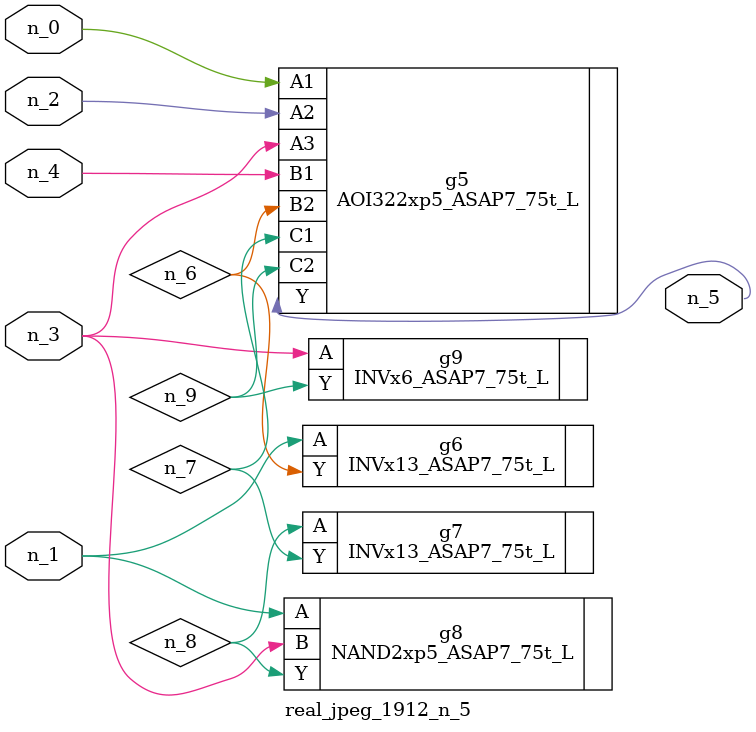
<source format=v>
module real_jpeg_1912_n_5 (n_4, n_0, n_1, n_2, n_3, n_5);

input n_4;
input n_0;
input n_1;
input n_2;
input n_3;

output n_5;

wire n_8;
wire n_6;
wire n_7;
wire n_9;

AOI322xp5_ASAP7_75t_L g5 ( 
.A1(n_0),
.A2(n_2),
.A3(n_3),
.B1(n_4),
.B2(n_6),
.C1(n_7),
.C2(n_9),
.Y(n_5)
);

INVx13_ASAP7_75t_L g6 ( 
.A(n_1),
.Y(n_6)
);

NAND2xp5_ASAP7_75t_L g8 ( 
.A(n_1),
.B(n_3),
.Y(n_8)
);

INVx6_ASAP7_75t_L g9 ( 
.A(n_3),
.Y(n_9)
);

INVx13_ASAP7_75t_L g7 ( 
.A(n_8),
.Y(n_7)
);


endmodule
</source>
